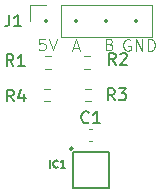
<source format=gbr>
%TF.GenerationSoftware,KiCad,Pcbnew,8.0.6*%
%TF.CreationDate,2024-11-11T21:41:16+01:00*%
%TF.ProjectId,Encoder_PCB,456e636f-6465-4725-9f50-43422e6b6963,rev?*%
%TF.SameCoordinates,Original*%
%TF.FileFunction,Legend,Top*%
%TF.FilePolarity,Positive*%
%FSLAX46Y46*%
G04 Gerber Fmt 4.6, Leading zero omitted, Abs format (unit mm)*
G04 Created by KiCad (PCBNEW 8.0.6) date 2024-11-11 21:41:16*
%MOMM*%
%LPD*%
G01*
G04 APERTURE LIST*
%ADD10C,0.100000*%
%ADD11C,0.150000*%
%ADD12C,0.159385*%
%ADD13C,0.120000*%
%ADD14C,0.127000*%
%ADD15C,0.350000*%
G04 APERTURE END LIST*
D10*
X141627693Y-85570038D02*
X141532455Y-85522419D01*
X141532455Y-85522419D02*
X141389598Y-85522419D01*
X141389598Y-85522419D02*
X141246741Y-85570038D01*
X141246741Y-85570038D02*
X141151503Y-85665276D01*
X141151503Y-85665276D02*
X141103884Y-85760514D01*
X141103884Y-85760514D02*
X141056265Y-85950990D01*
X141056265Y-85950990D02*
X141056265Y-86093847D01*
X141056265Y-86093847D02*
X141103884Y-86284323D01*
X141103884Y-86284323D02*
X141151503Y-86379561D01*
X141151503Y-86379561D02*
X141246741Y-86474800D01*
X141246741Y-86474800D02*
X141389598Y-86522419D01*
X141389598Y-86522419D02*
X141484836Y-86522419D01*
X141484836Y-86522419D02*
X141627693Y-86474800D01*
X141627693Y-86474800D02*
X141675312Y-86427180D01*
X141675312Y-86427180D02*
X141675312Y-86093847D01*
X141675312Y-86093847D02*
X141484836Y-86093847D01*
X142103884Y-86522419D02*
X142103884Y-85522419D01*
X142103884Y-85522419D02*
X142675312Y-86522419D01*
X142675312Y-86522419D02*
X142675312Y-85522419D01*
X143151503Y-86522419D02*
X143151503Y-85522419D01*
X143151503Y-85522419D02*
X143389598Y-85522419D01*
X143389598Y-85522419D02*
X143532455Y-85570038D01*
X143532455Y-85570038D02*
X143627693Y-85665276D01*
X143627693Y-85665276D02*
X143675312Y-85760514D01*
X143675312Y-85760514D02*
X143722931Y-85950990D01*
X143722931Y-85950990D02*
X143722931Y-86093847D01*
X143722931Y-86093847D02*
X143675312Y-86284323D01*
X143675312Y-86284323D02*
X143627693Y-86379561D01*
X143627693Y-86379561D02*
X143532455Y-86474800D01*
X143532455Y-86474800D02*
X143389598Y-86522419D01*
X143389598Y-86522419D02*
X143151503Y-86522419D01*
X134430074Y-85472419D02*
X133953884Y-85472419D01*
X133953884Y-85472419D02*
X133906265Y-85948609D01*
X133906265Y-85948609D02*
X133953884Y-85900990D01*
X133953884Y-85900990D02*
X134049122Y-85853371D01*
X134049122Y-85853371D02*
X134287217Y-85853371D01*
X134287217Y-85853371D02*
X134382455Y-85900990D01*
X134382455Y-85900990D02*
X134430074Y-85948609D01*
X134430074Y-85948609D02*
X134477693Y-86043847D01*
X134477693Y-86043847D02*
X134477693Y-86281942D01*
X134477693Y-86281942D02*
X134430074Y-86377180D01*
X134430074Y-86377180D02*
X134382455Y-86424800D01*
X134382455Y-86424800D02*
X134287217Y-86472419D01*
X134287217Y-86472419D02*
X134049122Y-86472419D01*
X134049122Y-86472419D02*
X133953884Y-86424800D01*
X133953884Y-86424800D02*
X133906265Y-86377180D01*
X134763408Y-85472419D02*
X135096741Y-86472419D01*
X135096741Y-86472419D02*
X135430074Y-85472419D01*
X136806265Y-86236704D02*
X137282455Y-86236704D01*
X136711027Y-86522419D02*
X137044360Y-85522419D01*
X137044360Y-85522419D02*
X137377693Y-86522419D01*
X139887217Y-85948609D02*
X140030074Y-85996228D01*
X140030074Y-85996228D02*
X140077693Y-86043847D01*
X140077693Y-86043847D02*
X140125312Y-86139085D01*
X140125312Y-86139085D02*
X140125312Y-86281942D01*
X140125312Y-86281942D02*
X140077693Y-86377180D01*
X140077693Y-86377180D02*
X140030074Y-86424800D01*
X140030074Y-86424800D02*
X139934836Y-86472419D01*
X139934836Y-86472419D02*
X139553884Y-86472419D01*
X139553884Y-86472419D02*
X139553884Y-85472419D01*
X139553884Y-85472419D02*
X139887217Y-85472419D01*
X139887217Y-85472419D02*
X139982455Y-85520038D01*
X139982455Y-85520038D02*
X140030074Y-85567657D01*
X140030074Y-85567657D02*
X140077693Y-85662895D01*
X140077693Y-85662895D02*
X140077693Y-85758133D01*
X140077693Y-85758133D02*
X140030074Y-85853371D01*
X140030074Y-85853371D02*
X139982455Y-85900990D01*
X139982455Y-85900990D02*
X139887217Y-85948609D01*
X139887217Y-85948609D02*
X139553884Y-85948609D01*
D11*
X131396666Y-83454819D02*
X131396666Y-84169104D01*
X131396666Y-84169104D02*
X131349047Y-84311961D01*
X131349047Y-84311961D02*
X131253809Y-84407200D01*
X131253809Y-84407200D02*
X131110952Y-84454819D01*
X131110952Y-84454819D02*
X131015714Y-84454819D01*
X132396666Y-84454819D02*
X131825238Y-84454819D01*
X132110952Y-84454819D02*
X132110952Y-83454819D01*
X132110952Y-83454819D02*
X132015714Y-83597676D01*
X132015714Y-83597676D02*
X131920476Y-83692914D01*
X131920476Y-83692914D02*
X131825238Y-83740533D01*
X140408333Y-87704819D02*
X140075000Y-87228628D01*
X139836905Y-87704819D02*
X139836905Y-86704819D01*
X139836905Y-86704819D02*
X140217857Y-86704819D01*
X140217857Y-86704819D02*
X140313095Y-86752438D01*
X140313095Y-86752438D02*
X140360714Y-86800057D01*
X140360714Y-86800057D02*
X140408333Y-86895295D01*
X140408333Y-86895295D02*
X140408333Y-87038152D01*
X140408333Y-87038152D02*
X140360714Y-87133390D01*
X140360714Y-87133390D02*
X140313095Y-87181009D01*
X140313095Y-87181009D02*
X140217857Y-87228628D01*
X140217857Y-87228628D02*
X139836905Y-87228628D01*
X140789286Y-86800057D02*
X140836905Y-86752438D01*
X140836905Y-86752438D02*
X140932143Y-86704819D01*
X140932143Y-86704819D02*
X141170238Y-86704819D01*
X141170238Y-86704819D02*
X141265476Y-86752438D01*
X141265476Y-86752438D02*
X141313095Y-86800057D01*
X141313095Y-86800057D02*
X141360714Y-86895295D01*
X141360714Y-86895295D02*
X141360714Y-86990533D01*
X141360714Y-86990533D02*
X141313095Y-87133390D01*
X141313095Y-87133390D02*
X140741667Y-87704819D01*
X140741667Y-87704819D02*
X141360714Y-87704819D01*
X138133333Y-92554580D02*
X138085714Y-92602200D01*
X138085714Y-92602200D02*
X137942857Y-92649819D01*
X137942857Y-92649819D02*
X137847619Y-92649819D01*
X137847619Y-92649819D02*
X137704762Y-92602200D01*
X137704762Y-92602200D02*
X137609524Y-92506961D01*
X137609524Y-92506961D02*
X137561905Y-92411723D01*
X137561905Y-92411723D02*
X137514286Y-92221247D01*
X137514286Y-92221247D02*
X137514286Y-92078390D01*
X137514286Y-92078390D02*
X137561905Y-91887914D01*
X137561905Y-91887914D02*
X137609524Y-91792676D01*
X137609524Y-91792676D02*
X137704762Y-91697438D01*
X137704762Y-91697438D02*
X137847619Y-91649819D01*
X137847619Y-91649819D02*
X137942857Y-91649819D01*
X137942857Y-91649819D02*
X138085714Y-91697438D01*
X138085714Y-91697438D02*
X138133333Y-91745057D01*
X139085714Y-92649819D02*
X138514286Y-92649819D01*
X138800000Y-92649819D02*
X138800000Y-91649819D01*
X138800000Y-91649819D02*
X138704762Y-91792676D01*
X138704762Y-91792676D02*
X138609524Y-91887914D01*
X138609524Y-91887914D02*
X138514286Y-91935533D01*
D12*
X134846612Y-96413689D02*
X134846612Y-95776149D01*
X135514510Y-96352970D02*
X135484151Y-96383330D01*
X135484151Y-96383330D02*
X135393074Y-96413689D01*
X135393074Y-96413689D02*
X135332356Y-96413689D01*
X135332356Y-96413689D02*
X135241279Y-96383330D01*
X135241279Y-96383330D02*
X135180561Y-96322611D01*
X135180561Y-96322611D02*
X135150202Y-96261893D01*
X135150202Y-96261893D02*
X135119843Y-96140457D01*
X135119843Y-96140457D02*
X135119843Y-96049380D01*
X135119843Y-96049380D02*
X135150202Y-95927944D01*
X135150202Y-95927944D02*
X135180561Y-95867226D01*
X135180561Y-95867226D02*
X135241279Y-95806508D01*
X135241279Y-95806508D02*
X135332356Y-95776149D01*
X135332356Y-95776149D02*
X135393074Y-95776149D01*
X135393074Y-95776149D02*
X135484151Y-95806508D01*
X135484151Y-95806508D02*
X135514510Y-95836867D01*
X136121691Y-96413689D02*
X135757383Y-96413689D01*
X135939537Y-96413689D02*
X135939537Y-95776149D01*
X135939537Y-95776149D02*
X135878819Y-95867226D01*
X135878819Y-95867226D02*
X135818101Y-95927944D01*
X135818101Y-95927944D02*
X135757383Y-95958303D01*
D11*
X131758333Y-87804819D02*
X131425000Y-87328628D01*
X131186905Y-87804819D02*
X131186905Y-86804819D01*
X131186905Y-86804819D02*
X131567857Y-86804819D01*
X131567857Y-86804819D02*
X131663095Y-86852438D01*
X131663095Y-86852438D02*
X131710714Y-86900057D01*
X131710714Y-86900057D02*
X131758333Y-86995295D01*
X131758333Y-86995295D02*
X131758333Y-87138152D01*
X131758333Y-87138152D02*
X131710714Y-87233390D01*
X131710714Y-87233390D02*
X131663095Y-87281009D01*
X131663095Y-87281009D02*
X131567857Y-87328628D01*
X131567857Y-87328628D02*
X131186905Y-87328628D01*
X132710714Y-87804819D02*
X132139286Y-87804819D01*
X132425000Y-87804819D02*
X132425000Y-86804819D01*
X132425000Y-86804819D02*
X132329762Y-86947676D01*
X132329762Y-86947676D02*
X132234524Y-87042914D01*
X132234524Y-87042914D02*
X132139286Y-87090533D01*
X131783333Y-90804819D02*
X131450000Y-90328628D01*
X131211905Y-90804819D02*
X131211905Y-89804819D01*
X131211905Y-89804819D02*
X131592857Y-89804819D01*
X131592857Y-89804819D02*
X131688095Y-89852438D01*
X131688095Y-89852438D02*
X131735714Y-89900057D01*
X131735714Y-89900057D02*
X131783333Y-89995295D01*
X131783333Y-89995295D02*
X131783333Y-90138152D01*
X131783333Y-90138152D02*
X131735714Y-90233390D01*
X131735714Y-90233390D02*
X131688095Y-90281009D01*
X131688095Y-90281009D02*
X131592857Y-90328628D01*
X131592857Y-90328628D02*
X131211905Y-90328628D01*
X132640476Y-90138152D02*
X132640476Y-90804819D01*
X132402381Y-89757200D02*
X132164286Y-90471485D01*
X132164286Y-90471485D02*
X132783333Y-90471485D01*
X140333333Y-90704819D02*
X140000000Y-90228628D01*
X139761905Y-90704819D02*
X139761905Y-89704819D01*
X139761905Y-89704819D02*
X140142857Y-89704819D01*
X140142857Y-89704819D02*
X140238095Y-89752438D01*
X140238095Y-89752438D02*
X140285714Y-89800057D01*
X140285714Y-89800057D02*
X140333333Y-89895295D01*
X140333333Y-89895295D02*
X140333333Y-90038152D01*
X140333333Y-90038152D02*
X140285714Y-90133390D01*
X140285714Y-90133390D02*
X140238095Y-90181009D01*
X140238095Y-90181009D02*
X140142857Y-90228628D01*
X140142857Y-90228628D02*
X139761905Y-90228628D01*
X140666667Y-89704819D02*
X141285714Y-89704819D01*
X141285714Y-89704819D02*
X140952381Y-90085771D01*
X140952381Y-90085771D02*
X141095238Y-90085771D01*
X141095238Y-90085771D02*
X141190476Y-90133390D01*
X141190476Y-90133390D02*
X141238095Y-90181009D01*
X141238095Y-90181009D02*
X141285714Y-90276247D01*
X141285714Y-90276247D02*
X141285714Y-90514342D01*
X141285714Y-90514342D02*
X141238095Y-90609580D01*
X141238095Y-90609580D02*
X141190476Y-90657200D01*
X141190476Y-90657200D02*
X141095238Y-90704819D01*
X141095238Y-90704819D02*
X140809524Y-90704819D01*
X140809524Y-90704819D02*
X140714286Y-90657200D01*
X140714286Y-90657200D02*
X140666667Y-90609580D01*
D13*
%TO.C,J1*%
X133170000Y-82670000D02*
X134500000Y-82670000D01*
X133170000Y-84000000D02*
X133170000Y-82670000D01*
X135770000Y-82670000D02*
X143450000Y-82670000D01*
X135770000Y-85330000D02*
X135770000Y-82670000D01*
X135770000Y-85330000D02*
X143450000Y-85330000D01*
X143450000Y-85330000D02*
X143450000Y-82670000D01*
%TO.C,R2*%
X137762742Y-86977500D02*
X138237258Y-86977500D01*
X137762742Y-88022500D02*
X138237258Y-88022500D01*
%TO.C,C1*%
X138159420Y-93115000D02*
X138440580Y-93115000D01*
X138159420Y-94135000D02*
X138440580Y-94135000D01*
D14*
%TO.C,IC1*%
X136839959Y-95100000D02*
X139839959Y-95100000D01*
X136839959Y-98100000D02*
X136839959Y-95100000D01*
X139839959Y-95100000D02*
X139839959Y-98100000D01*
X139839959Y-98100000D02*
X136839959Y-98100000D01*
X136781377Y-94800000D02*
G75*
G02*
X136498541Y-94800000I-141418J0D01*
G01*
X136498541Y-94800000D02*
G75*
G02*
X136781377Y-94800000I141418J0D01*
G01*
D13*
%TO.C,R1*%
X134437742Y-86977500D02*
X134912258Y-86977500D01*
X134437742Y-88022500D02*
X134912258Y-88022500D01*
%TO.C,R4*%
X134337742Y-89727500D02*
X134812258Y-89727500D01*
X134337742Y-90772500D02*
X134812258Y-90772500D01*
%TO.C,R3*%
X137837742Y-89727500D02*
X138312258Y-89727500D01*
X137837742Y-90772500D02*
X138312258Y-90772500D01*
%TD*%
D15*
X134500000Y-84000000D03*
X137040000Y-84000000D03*
X139580000Y-84000000D03*
X142120000Y-84000000D03*
M02*

</source>
